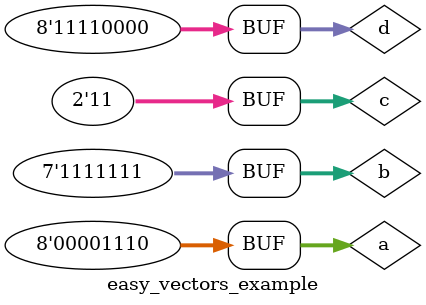
<source format=v>
module easy_vectors_example();
reg[7:0]a=0;
reg[6:0]b=0;
reg[7:0]d=0;
wire[1:0]c;
assign c[1:0]=a[3:2];
initial begin
$monitor("PROC2 a=%b, b=%b, c=%b, d=%b",a,b,c,d);
end

initial begin
#1 a=1;
#1 a=8'b1111_0101;
#1 a=8'b1111_1000;
#1 a=8'b0000_1000;
#1 a=8'b0;
#1 b=7'b111_1111;
#1 d[3:0]=a[3:0];
#1 d[7:4]=b[6:3];
#1 a=8'b0000_1110;
#1 d={a[3:0],b[3:0]};
#1 d={b[3:0], a[7:4]};
end
endmodule
</source>
